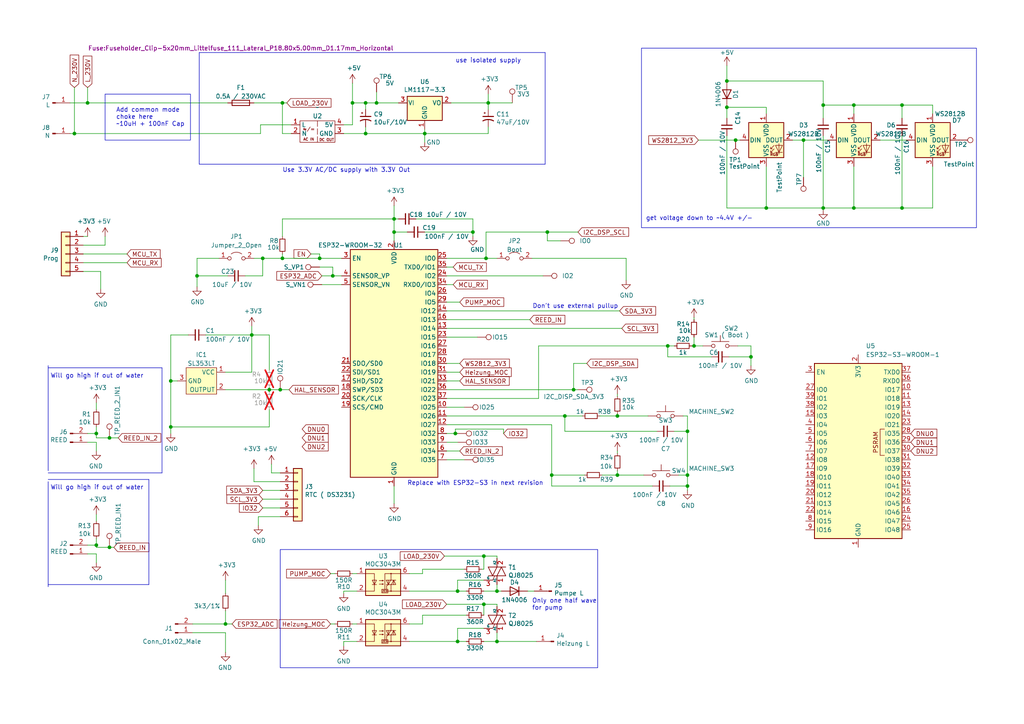
<source format=kicad_sch>
(kicad_sch (version 20231120) (generator "eeschema") (generator_version "8.0")
  (paper "A4")
  (junction (at 201.295 100.33))
  (junction (at 21.59 38.735))
  (junction (at 144.145 186.055))
  (junction (at 179.07 137.795))
  (junction (at 31.75 158.75))
  (junction (at 73.025 97.155))
  (junction (at 141.605 29.845))
  (junction (at 247.65 60.325))
  (junction (at 247.65 30.48))
  (junction (at 193.675 100.33))
  (junction (at 160.02 137.795))
  (junction (at 222.25 60.325))
  (junction (at 140.335 175.26))
  (junction (at 210.82 31.115))
  (junction (at 261.62 30.48))
  (junction (at 27.94 125.73))
  (junction (at 199.39 137.795))
  (junction (at 31.75 127))
  (junction (at 109.22 29.845))
  (junction (at 132.08 125.73))
  (junction (at 163.83 120.65))
  (junction (at 76.2 74.93))
  (junction (at 106.045 38.735))
  (junction (at 49.53 123.825))
  (junction (at 102.235 29.845))
  (junction (at 27.94 158.115))
  (junction (at 140.335 161.29))
  (junction (at 81.28 113.03))
  (junction (at 92.71 74.93))
  (junction (at 49.53 110.49))
  (junction (at 96.52 80.01))
  (junction (at 199.39 140.97))
  (junction (at 217.805 103.505))
  (junction (at 123.19 38.735))
  (junction (at 144.145 171.45))
  (junction (at 210.82 23.495))
  (junction (at 233.045 40.64))
  (junction (at 261.62 60.325))
  (junction (at 137.16 67.31))
  (junction (at 25.4 29.845))
  (junction (at 65.405 180.975))
  (junction (at 213.36 40.64))
  (junction (at 140.97 74.93))
  (junction (at 81.915 74.93))
  (junction (at 199.39 125.095))
  (junction (at 158.75 67.31))
  (junction (at 238.76 30.48))
  (junction (at 179.07 120.65))
  (junction (at 57.15 80.01))
  (junction (at 106.045 29.845))
  (junction (at 114.3 63.5))
  (junction (at 166.37 113.03))
  (junction (at 81.915 29.845))
  (junction (at 78.105 113.03))
  (junction (at 132.715 171.45))
  (junction (at 132.715 186.055))
  (junction (at 238.76 60.325))
  (junction (at 114.3 67.31))
  (wire (pts (xy 210.82 19.05) (xy 210.82 23.495)))
  (wire (pts (xy 96.52 80.01) (xy 99.06 80.01)))
  (wire (pts (xy 137.16 67.31) (xy 137.16 68.58)))
  (wire (pts (xy 76.2 147.32) (xy 81.28 147.32)))
  (wire (pts (xy 129.54 130.81) (xy 133.35 130.81)))
  (wire (pts (xy 201.295 100.33) (xy 203.835 100.33)))
  (wire (pts (xy 102.235 180.975) (xy 103.505 180.975)))
  (wire (pts (xy 199.39 125.095) (xy 199.39 137.795)))
  (wire (pts (xy 81.28 139.7) (xy 73.66 139.7)))
  (wire (pts (xy 74.93 149.86) (xy 74.93 152.4)))
  (wire (pts (xy 78.105 112.395) (xy 78.105 113.03)))
  (wire (pts (xy 233.045 40.64) (xy 233.045 51.435)))
  (wire (pts (xy 93.345 80.01) (xy 96.52 80.01)))
  (wire (pts (xy 27.94 160.655) (xy 25.4 160.655)))
  (wire (pts (xy 27.94 163.195) (xy 27.94 160.655)))
  (wire (pts (xy 81.28 149.86) (xy 74.93 149.86)))
  (wire (pts (xy 99.695 172.085) (xy 99.695 171.45)))
  (wire (pts (xy 73.025 94.615) (xy 73.025 97.155)))
  (wire (pts (xy 179.07 137.795) (xy 186.69 137.795)))
  (polyline (pts (xy 43.18 169.545) (xy 13.97 169.545)))
  (wire (pts (xy 92.71 73.66) (xy 92.71 74.93)))
  (wire (pts (xy 144.145 183.515) (xy 144.145 186.055)))
  (wire (pts (xy 129.54 125.73) (xy 132.08 125.73)))
  (wire (pts (xy 129.54 133.35) (xy 134.62 133.35)))
  (polyline (pts (xy 13.97 139.065) (xy 43.18 139.065)))
  (wire (pts (xy 129.54 87.63) (xy 133.35 87.63)))
  (wire (pts (xy 181.61 74.93) (xy 181.61 81.28)))
  (wire (pts (xy 140.335 161.29) (xy 140.335 165.1)))
  (wire (pts (xy 238.76 60.96) (xy 238.76 60.325)))
  (wire (pts (xy 140.335 186.055) (xy 144.145 186.055)))
  (wire (pts (xy 201.295 97.79) (xy 201.295 100.33)))
  (wire (pts (xy 109.22 29.845) (xy 106.045 29.845)))
  (wire (pts (xy 153.035 171.45) (xy 154.94 171.45)))
  (wire (pts (xy 29.21 78.74) (xy 29.21 83.82)))
  (wire (pts (xy 73.66 29.845) (xy 81.915 29.845)))
  (wire (pts (xy 118.745 186.055) (xy 132.715 186.055)))
  (wire (pts (xy 65.405 183.515) (xy 65.405 189.23)))
  (wire (pts (xy 84.455 36.195) (xy 75.565 36.195)))
  (wire (pts (xy 141.605 31.75) (xy 141.605 29.845)))
  (wire (pts (xy 174.625 137.795) (xy 179.07 137.795)))
  (wire (pts (xy 65.405 180.975) (xy 65.405 177.165)))
  (wire (pts (xy 129.54 105.41) (xy 133.35 105.41)))
  (wire (pts (xy 129.54 175.26) (xy 140.335 175.26)))
  (wire (pts (xy 36.83 76.2) (xy 24.13 76.2)))
  (wire (pts (xy 78.105 118.745) (xy 78.105 123.825)))
  (wire (pts (xy 81.915 38.735) (xy 84.455 38.735)))
  (polyline (pts (xy 13.97 106.68) (xy 46.99 106.68)))
  (wire (pts (xy 132.715 186.055) (xy 135.255 186.055)))
  (wire (pts (xy 166.37 113.03) (xy 167.64 113.03)))
  (wire (pts (xy 129.54 77.47) (xy 131.445 77.47)))
  (wire (pts (xy 144.145 171.45) (xy 145.415 171.45)))
  (wire (pts (xy 81.915 73.66) (xy 81.915 74.93)))
  (wire (pts (xy 102.235 24.13) (xy 102.235 29.845)))
  (wire (pts (xy 128.905 161.29) (xy 140.335 161.29)))
  (wire (pts (xy 27.94 116.84) (xy 27.94 118.745)))
  (wire (pts (xy 211.455 103.505) (xy 217.805 103.505)))
  (wire (pts (xy 73.66 74.93) (xy 76.2 74.93)))
  (wire (pts (xy 114.3 63.5) (xy 114.3 59.69)))
  (wire (pts (xy 179.07 120.65) (xy 187.96 120.65)))
  (wire (pts (xy 27.94 158.75) (xy 27.94 158.115)))
  (wire (pts (xy 90.17 73.66) (xy 92.71 73.66)))
  (wire (pts (xy 55.88 183.515) (xy 65.405 183.515)))
  (wire (pts (xy 222.25 60.325) (xy 238.76 60.325)))
  (wire (pts (xy 20.32 29.845) (xy 25.4 29.845)))
  (wire (pts (xy 106.045 38.735) (xy 106.045 36.83)))
  (wire (pts (xy 163.83 125.095) (xy 190.5 125.095)))
  (wire (pts (xy 270.51 30.48) (xy 270.51 33.02)))
  (wire (pts (xy 141.605 29.845) (xy 141.605 27.305)))
  (polyline (pts (xy 13.97 139.7) (xy 13.97 170.18)))
  (wire (pts (xy 31.75 127) (xy 27.94 127)))
  (wire (pts (xy 179.07 136.525) (xy 179.07 137.795)))
  (wire (pts (xy 238.76 30.48) (xy 247.65 30.48)))
  (wire (pts (xy 196.85 137.795) (xy 199.39 137.795)))
  (wire (pts (xy 27.94 156.21) (xy 27.94 158.115)))
  (wire (pts (xy 199.39 140.97) (xy 199.39 142.24)))
  (wire (pts (xy 210.82 31.115) (xy 222.25 31.115)))
  (wire (pts (xy 103.505 186.055) (xy 99.695 186.055)))
  (wire (pts (xy 144.145 175.26) (xy 140.335 175.26)))
  (wire (pts (xy 144.145 169.545) (xy 144.145 171.45)))
  (polyline (pts (xy 57.785 15.24) (xy 158.115 15.24)))
  (wire (pts (xy 173.99 120.65) (xy 179.07 120.65)))
  (wire (pts (xy 76.2 80.01) (xy 76.2 74.93)))
  (wire (pts (xy 81.28 113.03) (xy 83.82 113.03)))
  (wire (pts (xy 21.59 38.735) (xy 75.565 38.735)))
  (wire (pts (xy 135.255 178.435) (xy 122.555 178.435)))
  (wire (pts (xy 123.19 38.735) (xy 123.19 37.465)))
  (wire (pts (xy 55.88 180.975) (xy 65.405 180.975)))
  (wire (pts (xy 118.745 171.45) (xy 132.715 171.45)))
  (wire (pts (xy 261.62 30.48) (xy 261.62 34.29)))
  (wire (pts (xy 78.105 113.03) (xy 78.105 113.665)))
  (wire (pts (xy 81.915 29.845) (xy 81.915 38.735)))
  (wire (pts (xy 202.565 40.64) (xy 213.36 40.64)))
  (wire (pts (xy 27.94 127) (xy 27.94 125.73)))
  (wire (pts (xy 199.39 140.97) (xy 199.39 137.795)))
  (wire (pts (xy 160.02 123.19) (xy 160.02 137.795)))
  (wire (pts (xy 200.66 100.33) (xy 201.295 100.33)))
  (wire (pts (xy 129.54 74.93) (xy 140.97 74.93)))
  (wire (pts (xy 217.805 103.505) (xy 217.805 106.045)))
  (wire (pts (xy 193.675 100.33) (xy 195.58 100.33)))
  (wire (pts (xy 210.82 31.115) (xy 210.82 34.29)))
  (wire (pts (xy 140.97 74.93) (xy 144.145 74.93)))
  (wire (pts (xy 33.02 158.75) (xy 31.75 158.75)))
  (wire (pts (xy 21.59 25.4) (xy 21.59 38.735)))
  (wire (pts (xy 158.75 69.85) (xy 158.75 67.31)))
  (wire (pts (xy 57.15 80.01) (xy 57.15 83.185)))
  (wire (pts (xy 78.105 113.03) (xy 81.28 113.03)))
  (wire (pts (xy 210.82 60.325) (xy 222.25 60.325)))
  (wire (pts (xy 71.12 80.01) (xy 76.2 80.01)))
  (wire (pts (xy 92.71 77.47) (xy 96.52 77.47)))
  (wire (pts (xy 81.915 74.93) (xy 92.71 74.93)))
  (wire (pts (xy 27.94 130.81) (xy 27.94 128.27)))
  (wire (pts (xy 20.32 38.735) (xy 21.59 38.735)))
  (wire (pts (xy 195.58 125.095) (xy 199.39 125.095)))
  (wire (pts (xy 115.57 63.5) (xy 114.3 63.5)))
  (wire (pts (xy 129.54 90.17) (xy 179.705 90.17)))
  (wire (pts (xy 213.36 40.64) (xy 214.63 40.64)))
  (wire (pts (xy 141.605 38.735) (xy 123.19 38.735)))
  (wire (pts (xy 123.19 41.275) (xy 123.19 38.735)))
  (wire (pts (xy 102.235 166.37) (xy 103.505 166.37)))
  (wire (pts (xy 65.405 107.95) (xy 73.025 107.95)))
  (wire (pts (xy 34.29 127) (xy 31.75 127)))
  (wire (pts (xy 109.22 26.67) (xy 109.22 29.845)))
  (wire (pts (xy 27.94 125.73) (xy 25.4 125.73)))
  (wire (pts (xy 76.2 144.78) (xy 81.28 144.78)))
  (wire (pts (xy 30.48 71.12) (xy 30.48 68.58)))
  (wire (pts (xy 201.295 92.075) (xy 201.295 92.71)))
  (wire (pts (xy 217.805 103.505) (xy 217.805 100.33)))
  (wire (pts (xy 247.65 48.26) (xy 247.65 60.325)))
  (wire (pts (xy 156.21 100.33) (xy 193.675 100.33)))
  (wire (pts (xy 96.52 77.47) (xy 96.52 80.01)))
  (wire (pts (xy 132.08 125.73) (xy 132.715 125.73)))
  (wire (pts (xy 193.675 100.33) (xy 193.675 103.505)))
  (wire (pts (xy 139.7 165.1) (xy 140.335 165.1)))
  (wire (pts (xy 25.4 68.58) (xy 24.13 68.58)))
  (wire (pts (xy 137.16 67.31) (xy 137.16 63.5)))
  (polyline (pts (xy 43.18 139.065) (xy 43.18 169.545)))
  (wire (pts (xy 213.995 100.33) (xy 217.805 100.33)))
  (wire (pts (xy 141.605 29.845) (xy 148.59 29.845)))
  (wire (pts (xy 59.69 97.155) (xy 73.025 97.155)))
  (wire (pts (xy 233.045 40.64) (xy 240.03 40.64)))
  (wire (pts (xy 81.915 63.5) (xy 81.915 68.58)))
  (wire (pts (xy 92.71 74.93) (xy 99.06 74.93)))
  (wire (pts (xy 156.21 115.57) (xy 129.54 115.57)))
  (wire (pts (xy 106.045 38.735) (xy 99.695 38.735)))
  (wire (pts (xy 78.105 97.155) (xy 73.025 97.155)))
  (wire (pts (xy 114.3 146.05) (xy 114.3 140.97)))
  (wire (pts (xy 163.83 125.095) (xy 163.83 120.65)))
  (wire (pts (xy 132.715 186.055) (xy 132.715 182.245)))
  (wire (pts (xy 210.82 23.495) (xy 238.76 23.495)))
  (wire (pts (xy 63.5 74.93) (xy 57.15 74.93)))
  (wire (pts (xy 76.2 142.24) (xy 81.28 142.24)))
  (wire (pts (xy 99.695 187.325) (xy 99.695 186.055)))
  (wire (pts (xy 129.54 82.55) (xy 131.445 82.55)))
  (wire (pts (xy 210.82 39.37) (xy 210.82 60.325)))
  (wire (pts (xy 160.02 140.97) (xy 160.02 137.795)))
  (wire (pts (xy 163.83 120.65) (xy 168.91 120.65)))
  (wire (pts (xy 99.695 36.195) (xy 102.235 36.195)))
  (wire (pts (xy 261.62 30.48) (xy 270.51 30.48)))
  (wire (pts (xy 140.335 175.26) (xy 140.335 178.435)))
  (wire (pts (xy 166.37 105.41) (xy 166.37 113.03)))
  (wire (pts (xy 247.65 60.325) (xy 261.62 60.325)))
  (wire (pts (xy 76.2 74.93) (xy 81.915 74.93)))
  (wire (pts (xy 140.335 171.45) (xy 144.145 171.45)))
  (wire (pts (xy 95.885 166.37) (xy 97.155 166.37)))
  (wire (pts (xy 129.54 128.27) (xy 132.715 128.27)))
  (wire (pts (xy 118.745 166.37) (xy 122.555 166.37)))
  (polyline (pts (xy 158.115 47.625) (xy 57.785 47.625)))
  (wire (pts (xy 129.54 80.01) (xy 157.48 80.01)))
  (wire (pts (xy 132.08 125.73) (xy 132.08 124.46)))
  (wire (pts (xy 129.54 95.25) (xy 180.34 95.25)))
  (wire (pts (xy 57.15 74.93) (xy 57.15 80.01)))
  (wire (pts (xy 238.76 30.48) (xy 238.76 34.29)))
  (wire (pts (xy 247.65 30.48) (xy 261.62 30.48)))
  (wire (pts (xy 238.76 23.495) (xy 238.76 30.48)))
  (wire (pts (xy 179.07 130.81) (xy 179.07 131.445)))
  (wire (pts (xy 118.11 67.31) (xy 114.3 67.31)))
  (wire (pts (xy 160.02 140.97) (xy 189.23 140.97)))
  (wire (pts (xy 129.54 92.71) (xy 153.67 92.71)))
  (wire (pts (xy 57.15 80.01) (xy 66.04 80.01)))
  (wire (pts (xy 129.54 118.11) (xy 134.62 118.11)))
  (wire (pts (xy 141.605 36.83) (xy 141.605 38.735)))
  (wire (pts (xy 129.54 113.03) (xy 166.37 113.03)))
  (wire (pts (xy 27.94 128.27) (xy 25.4 128.27)))
  (wire (pts (xy 54.61 97.155) (xy 49.53 97.155)))
  (wire (pts (xy 179.07 114.3) (xy 179.07 114.935)))
  (wire (pts (xy 114.3 67.31) (xy 114.3 69.85)))
  (wire (pts (xy 95.885 180.975) (xy 97.155 180.975)))
  (wire (pts (xy 222.25 31.115) (xy 222.25 33.02)))
  (wire (pts (xy 132.715 182.245) (xy 140.335 182.245)))
  (wire (pts (xy 81.28 137.16) (xy 78.74 137.16)))
  (wire (pts (xy 129.54 97.79) (xy 138.43 97.79)))
  (wire (pts (xy 261.62 39.37) (xy 261.62 60.325)))
  (wire (pts (xy 247.65 30.48) (xy 247.65 33.02)))
  (wire (pts (xy 123.19 67.31) (xy 137.16 67.31)))
  (wire (pts (xy 93.345 82.55) (xy 99.06 82.55)))
  (wire (pts (xy 81.915 29.845) (xy 83.185 29.845)))
  (wire (pts (xy 49.53 110.49) (xy 51.435 110.49)))
  (wire (pts (xy 158.75 67.31) (xy 167.64 67.31)))
  (wire (pts (xy 140.97 67.31) (xy 140.97 74.93)))
  (polyline (pts (xy 57.785 15.24) (xy 57.785 47.625)))
  (wire (pts (xy 118.745 180.975) (xy 122.555 180.975)))
  (wire (pts (xy 156.21 100.33) (xy 156.21 115.57)))
  (wire (pts (xy 102.235 29.845) (xy 102.235 36.195)))
  (wire (pts (xy 27.94 123.825) (xy 27.94 125.73)))
  (wire (pts (xy 36.83 73.66) (xy 24.13 73.66)))
  (wire (pts (xy 27.94 158.115) (xy 25.4 158.115)))
  (wire (pts (xy 144.145 175.895) (xy 144.145 175.26)))
  (wire (pts (xy 129.54 123.19) (xy 160.02 123.19)))
  (wire (pts (xy 160.02 137.795) (xy 169.545 137.795)))
  (wire (pts (xy 114.3 63.5) (xy 114.3 67.31)))
  (polyline (pts (xy 13.97 106.045) (xy 13.97 136.525)))
  (wire (pts (xy 270.51 60.325) (xy 270.51 48.26)))
  (wire (pts (xy 25.4 25.4) (xy 25.4 29.845)))
  (wire (pts (xy 170.18 105.41) (xy 166.37 105.41)))
  (wire (pts (xy 179.07 120.015) (xy 179.07 120.65)))
  (wire (pts (xy 31.75 158.75) (xy 27.94 158.75)))
  (wire (pts (xy 238.76 39.37) (xy 238.76 60.325)))
  (polyline (pts (xy 46.99 137.16) (xy 13.97 137.16)))
  (wire (pts (xy 132.08 124.46) (xy 146.05 124.46)))
  (wire (pts (xy 106.045 29.845) (xy 102.235 29.845)))
  (wire (pts (xy 130.81 29.845) (xy 141.605 29.845)))
  (wire (pts (xy 25.4 29.845) (xy 66.04 29.845)))
  (wire (pts (xy 132.715 171.45) (xy 132.715 168.275)))
  (wire (pts (xy 222.25 48.26) (xy 222.25 60.325)))
  (wire (pts (xy 261.62 60.325) (xy 270.51 60.325)))
  (wire (pts (xy 78.105 123.825) (xy 49.53 123.825)))
  (wire (pts (xy 106.045 31.75) (xy 106.045 29.845)))
  (wire (pts (xy 99.695 171.45) (xy 103.505 171.45)))
  (wire (pts (xy 129.54 110.49) (xy 133.35 110.49)))
  (wire (pts (xy 78.105 107.315) (xy 78.105 97.155)))
  (wire (pts (xy 123.19 38.735) (xy 106.045 38.735)))
  (wire (pts (xy 144.145 161.925) (xy 144.145 161.29)))
  (wire (pts (xy 73.025 97.155) (xy 73.025 107.95)))
  (wire (pts (xy 49.53 110.49) (xy 49.53 123.825)))
  (polyline (pts (xy 158.115 15.24) (xy 158.115 47.625)))
  (wire (pts (xy 81.915 63.5) (xy 114.3 63.5)))
  (wire (pts (xy 65.405 180.975) (xy 67.31 180.975)))
  (wire (pts (xy 229.87 40.64) (xy 233.045 40.64)))
  (wire (pts (xy 24.13 71.12) (xy 30.48 71.12)))
  (wire (pts (xy 49.53 123.825) (xy 49.53 125.73)))
  (polyline (pts (xy 46.99 106.68) (xy 46.99 137.16)))
  (wire (pts (xy 140.97 67.31) (xy 158.75 67.31)))
  (wire (pts (xy 115.57 29.845) (xy 109.22 29.845)))
  (wire (pts (xy 129.54 120.65) (xy 163.83 120.65)))
  (wire (pts (xy 193.675 103.505) (xy 206.375 103.505)))
  (wire (pts (xy 194.31 140.97) (xy 199.39 140.97)))
  (wire (pts (xy 134.62 165.1) (xy 122.555 165.1)))
  (wire (pts (xy 65.405 172.085) (xy 65.405 168.275)))
  (wire (pts (xy 129.54 107.95) (xy 133.35 107.95)))
  (wire (pts (xy 65.405 113.03) (xy 78.105 113.03)))
  (wire (pts (xy 122.555 165.1) (xy 122.555 166.37)))
  (wire (pts (xy 255.27 40.64) (xy 262.89 40.64)))
  (wire (pts (xy 75.565 36.195) (xy 75.565 38.735)))
  (wire (pts (xy 238.76 60.325) (xy 247.65 60.325)))
  (wire (pts (xy 120.65 63.5) (xy 137.16 63.5)))
  (wire (pts (xy 144.145 186.055) (xy 155.575 186.055)))
  (wire (pts (xy 24.13 78.74) (xy 29.21 78.74)))
  (wire (pts (xy 27.94 149.225) (xy 27.94 151.13)))
  (wire (pts (xy 49.53 97.155) (xy 49.53 110.49)))
  (wire (pts (xy 162.56 69.85) (xy 158.75 69.85)))
  (wire (pts (xy 78.74 137.16) (xy 78.74 134.62)))
  (wire (pts (xy 132.715 171.45) (xy 135.255 171.45)))
  (wire (pts (xy 144.145 161.29) (xy 140.335 161.29)))
  (wire (pts (xy 132.715 168.275) (xy 140.335 168.275)))
  (wire (pts (xy 198.12 120.65) (xy 199.39 120.65)))
  (wire (pts (xy 199.39 120.65) (xy 199.39 125.095)))
  (wire (pts (xy 122.555 178.435) (xy 122.555 180.975)))
  (wire (pts (xy 146.05 124.46) (xy 146.05 125.73)))
  (wire (pts (xy 73.66 135.89) (xy 73.66 139.7)))
  (wire (pts (xy 154.305 74.93) (xy 181.61 74.93)))
  (rectangle (start 30.48 27.305) (end 55.245 40.64))
  (rectangle (start 186.055 13.97) (end 283.21 66.04))
  (rectangle (start 81.28 159.385) (end 173.355 193.675))
  (text "Use 3.3V AC/DC supply with 3.3V Out" (at 81.915 50.165 0) (effects (font (size 1.27 1.27)) (justify left bottom)))
  (text "Add common mode\nchoke here\n~10uH + 100nF Cap" (at 33.655 36.83 0) (effects (font (size 1.27 1.27)) (justify left bottom)))
  (text "Only one half wave\nfor pump" (at 154.305 177.165 0) (effects (font (size 1.27 1.27)) (justify left bottom)))
  (text "get voltage down to ~4.4V +/-" (at 187.325 64.135 0) (effects (font (size 1.27 1.27)) (justify left bottom)))
  (text "Don't use external pullup" (at 166.878 88.9 0) (effects (font (size 1.27 1.27))))
  (text "Will go high if out of water\n" (at 14.605 109.855 0) (effects (font (size 1.27 1.27)) (justify left bottom)))
  (text "Replace with ESP32-S3 in next revision" (at 118.11 140.97 0) (effects (font (size 1.27 1.27)) (justify left bottom)))
  (text "Will go high if out of water\n" (at 14.605 142.24 0) (effects (font (size 1.27 1.27)) (justify left bottom)))
  (text "\nuse isolated supply" (at 132.08 18.415 0) (effects (font (size 1.27 1.27)) (justify left bottom)))
  (global_label "SDA_3V3" (shape input) (at 179.705 90.17 0) (property "Intersheetrefs" "${INTERSHEET_REFS}" (effects (hide yes))))
  (global_label "ESP32_ADC" (shape input) (at 93.345 80.01 180) (property "Intersheetrefs" "${INTERSHEET_REFS}" (effects (hide yes))))
  (global_label "WS2812_3V3" (shape input) (at 133.35 105.41 0) (property "Intersheetrefs" "${INTERSHEET_REFS}" (effects (hide yes))))
  (global_label "DNU1" (shape input) (at 87.63 127 0) (property "Intersheetrefs" "${INTERSHEET_REFS}" (effects (hide yes))))
  (global_label "HAL_SENSOR" (shape input) (at 133.35 110.49 0) (property "Intersheetrefs" "${INTERSHEET_REFS}" (effects (hide yes))))
  (global_label "EN" (shape input) (at 90.17 73.66 180) (property "Intersheetrefs" "${INTERSHEET_REFS}" (effects (hide yes))))
  (global_label "MCU_RX" (shape input) (at 36.83 76.2 0) (property "Intersheetrefs" "${INTERSHEET_REFS}" (effects (hide yes))))
  (global_label "MCU_TX" (shape input) (at 131.445 77.47 0) (property "Intersheetrefs" "${INTERSHEET_REFS}" (effects (hide yes))))
  (global_label "WS2812_3V3" (shape input) (at 202.565 40.64 180) (property "Intersheetrefs" "${INTERSHEET_REFS}" (effects (hide yes))))
  (global_label "I2C_DSP_SDA" (shape input) (at 170.18 105.41 0) (property "Intersheetrefs" "${INTERSHEET_REFS}" (effects (hide yes))))
  (global_label "HAL_SENSOR" (shape input) (at 83.82 113.03 0) (property "Intersheetrefs" "${INTERSHEET_REFS}" (effects (hide yes))))
  (global_label "L_230V" (shape input) (at 25.4 25.4 90) (property "Intersheetrefs" "${INTERSHEET_REFS}" (effects (hide yes))))
  (global_label "SDA_3V3" (shape input) (at 76.2 142.24 180) (property "Intersheetrefs" "${INTERSHEET_REFS}" (effects (hide yes))))
  (global_label "I2C_DSP_SCL" (shape input) (at 167.64 67.31 0) (property "Intersheetrefs" "${INTERSHEET_REFS}" (effects (hide yes))))
  (global_label "DNU0" (shape input) (at 87.63 124.46 0) (property "Intersheetrefs" "${INTERSHEET_REFS}" (effects (hide yes))))
  (global_label "MCU_RX" (shape input) (at 131.445 82.55 0) (property "Intersheetrefs" "${INTERSHEET_REFS}" (effects (hide yes))))
  (global_label "DNU1" (shape input) (at 264.16 128.27 0) (property "Intersheetrefs" "${INTERSHEET_REFS}" (effects (hide yes))))
  (global_label "Heizung_MOC" (shape input) (at 133.35 107.95 0) (property "Intersheetrefs" "${INTERSHEET_REFS}" (effects (hide yes))))
  (global_label "LOAD_230V" (shape input) (at 129.54 175.26 180) (property "Intersheetrefs" "${INTERSHEET_REFS}" (effects (hide yes))))
  (global_label "LOAD_230V" (shape input) (at 83.185 29.845 0) (property "Intersheetrefs" "${INTERSHEET_REFS}" (effects (hide yes))))
  (global_label "DNU0" (shape input) (at 264.16 125.73 0) (property "Intersheetrefs" "${INTERSHEET_REFS}" (effects (hide yes))))
  (global_label "PUMP_MOC" (shape input) (at 95.885 166.37 180) (property "Intersheetrefs" "${INTERSHEET_REFS}" (effects (hide yes))))
  (global_label "ESP32_ADC" (shape input) (at 67.31 180.975 0) (property "Intersheetrefs" "${INTERSHEET_REFS}" (effects (hide yes))))
  (global_label "Heizung_MOC" (shape input) (at 95.885 180.975 180) (property "Intersheetrefs" "${INTERSHEET_REFS}" (effects (hide yes))))
  (global_label "N_230V" (shape input) (at 21.59 25.4 90) (property "Intersheetrefs" "${INTERSHEET_REFS}" (effects (hide yes))))
  (global_label "REED_IN_2" (shape input) (at 34.29 127 0) (property "Intersheetrefs" "${INTERSHEET_REFS}" (effects (hide yes))))
  (global_label "DNU2" (shape input) (at 87.63 129.54 0) (property "Intersheetrefs" "${INTERSHEET_REFS}" (effects (hide yes))))
  (global_label "LOAD_230V" (shape input) (at 128.905 161.29 180) (property "Intersheetrefs" "${INTERSHEET_REFS}" (effects (hide yes))))
  (global_label "REED_IN_2" (shape input) (at 133.35 130.81 0) (property "Intersheetrefs" "${INTERSHEET_REFS}" (effects (hide yes))))
  (global_label "REED_IN" (shape input) (at 153.67 92.71 0) (property "Intersheetrefs" "${INTERSHEET_REFS}" (effects (hide yes))))
  (global_label "PUMP_MOC" (shape input) (at 133.35 87.63 0) (property "Intersheetrefs" "${INTERSHEET_REFS}" (effects (hide yes))))
  (global_label "REED_IN" (shape input) (at 33.02 158.75 0) (property "Intersheetrefs" "${INTERSHEET_REFS}" (effects (hide yes))))
  (global_label "SCL_3V3" (shape input) (at 180.34 95.25 0) (property "Intersheetrefs" "${INTERSHEET_REFS}" (effects (hide yes))))
  (global_label "IO32" (shape input) (at 76.2 147.32 180) (property "Intersheetrefs" "${INTERSHEET_REFS}" (effects (hide yes))))
  (global_label "MCU_TX" (shape input) (at 36.83 73.66 0) (property "Intersheetrefs" "${INTERSHEET_REFS}" (effects (hide yes))))
  (global_label "IO32" (shape input) (at 146.05 125.73 0) (property "Intersheetrefs" "${INTERSHEET_REFS}" (effects (hide yes))))
  (global_label "DNU2" (shape input) (at 264.16 130.81 0) (property "Intersheetrefs" "${INTERSHEET_REFS}" (effects (hide yes))))
  (global_label "SCL_3V3" (shape input) (at 76.2 144.78 180) (property "Intersheetrefs" "${INTERSHEET_REFS}" (effects (hide yes))))
  (symbol (lib_id "RF_Module:ESP32-WROOM-32") (at 114.3 105.41 0) (unit 1)
    (property "Reference" "U1" (at 115.57 71.12 0))
    (property "Value" "ESP32-WROOM-32" (at 101.6 71.12 0))
    (property "Footprint" "ESP32_Handsolder:ESP32-WROOM-32_HandSolder" (effects (hide yes)))
    (property "Datasheet" "https://www.espressif.com/sites/default/files/documentation/esp32-wroom-32_datasheet_en.pdf" (effects (hide yes)))
  )
  (symbol (lib_id "Switch:SW_Push") (at 208.915 100.33 0) (unit 1)
    (property "Reference" "SW2" (at 212.09 95.25 0))
    (property "Value" "SW1 ( Boot )" (at 210.82 97.155 0))
    (property "Footprint" "Button_Switch_THT:SW_PUSH_6mm" (effects (hide yes)))
  )
  (symbol (lib_id "Switch:SW_Push") (at 191.77 137.795 0) (unit 1)
    (property "Reference" "SW4" (at 196.85 136.525 0))
    (property "Value" "MACHINE_SW3" (at 206.375 135.89 0))
    (property "Footprint" "Button_Switch_THT:SW_PUSH_6mm" (effects (hide yes)))
  )
  (symbol (lib_id "Switch:SW_Push") (at 193.04 120.65 0) (unit 1)
    (property "Reference" "SW3" (at 193.04 121.92 0))
    (property "Value" "MACHINE_SW2" (at 206.375 119.38 0))
    (property "Footprint" "Button_Switch_THT:SW_PUSH_6mm" (effects (hide yes)))
  )
  (symbol (lib_id "Device:C_Small") (at 208.915 103.505 270) (unit 1)
    (property "Reference" "C6" (at 207.01 102.235 90))
    (property "Value" "100nF / 10V" (at 208.915 106.045 90))
    (property "Footprint" "Capacitor_SMD:C_0805_2012Metric_Pad1.18x1.45mm_HandSolder" (effects (hide yes)))
    (property "Order No. Mouser" "710-885012207098" (effects (hide yes)))
  )
  (symbol (lib_id "power:GND") (at 57.15 83.185 0) (unit 1)
    (property "Reference" "#PWR01" (effects (hide yes)))
    (property "Value" "GND" (at 57.277 87.5792 0))
  )
  (symbol (lib_id "Device:C_Small") (at 193.04 125.095 270) (unit 1)
    (property "Reference" "C7" (at 193.04 130.175 90))
    (property "Value" "100nF / 10V" (at 191.77 127.635 90))
    (property "Footprint" "Capacitor_SMD:C_0805_2012Metric_Pad1.18x1.45mm_HandSolder" (effects (hide yes)))
    (property "Order No. Mouser" "710-885012207098" (effects (hide yes)))
  )
  (symbol (lib_id "Device:C_Small") (at 191.77 140.97 270) (unit 1)
    (property "Reference" "C8" (at 191.77 146.05 90))
    (property "Value" "100nF / 10V" (at 189.865 143.51 90))
    (property "Footprint" "Capacitor_SMD:C_0805_2012Metric_Pad1.18x1.45mm_HandSolder" (effects (hide yes)))
    (property "Order No. Mouser" "710-885012207098" (effects (hide yes)))
  )
  (symbol (lib_id "power:GND") (at 199.39 142.24 0) (unit 1)
    (property "Reference" "#PWR012" (effects (hide yes)))
    (property "Value" "GND" (at 199.517 146.6342 0))
  )
  (symbol (lib_id "Device:C_Small") (at 118.11 63.5 270) (unit 1)
    (property "Reference" "C18" (at 120.65 62.23 90))
    (property "Value" "10uF / 10V" (at 129.54 62.23 90))
    (property "Footprint" "Capacitor_SMD:C_0805_2012Metric_Pad1.18x1.45mm_HandSolder" (effects (hide yes)))
    (property "Order No. Mouser" "0805X106K250CT" (effects (hide yes)))
  )
  (symbol (lib_id "Device:C_Small") (at 120.65 67.31 270) (unit 1)
    (property "Reference" "C19" (at 124.46 66.04 90))
    (property "Value" "100nF / 10V" (at 129.54 68.58 90))
    (property "Footprint" "Capacitor_SMD:C_0805_2012Metric_Pad1.18x1.45mm_HandSolder" (effects (hide yes)))
    (property "Order No. Mouser" "710-885012207098" (effects (hide yes)))
  )
  (symbol (lib_id "Relay_SolidState:MOC3043M") (at 111.125 168.91 0) (unit 1)
    (property "Reference" "U3" (at 111.125 161.29 0))
    (property "Value" "MOC3043M" (at 111.125 163.6014 0))
    (property "Footprint" "Package_DIP:DIP-6_W7.62mm" (effects (hide yes)))
    (property "Datasheet" "http://www.fairchildsemi.com/ds/MO/MOC3031M.pdf" (effects (hide yes)))
    (property "Order No. Mouser" "512-MOC3043M" (effects (hide yes)))
  )
  (symbol (lib_id "Relay_SolidState:MOC3043M") (at 111.125 183.515 0) (unit 1)
    (property "Reference" "U4" (at 111.125 175.26 0))
    (property "Value" "MOC3043M" (at 111.125 177.5714 0))
    (property "Footprint" "Package_DIP:DIP-6_W7.62mm" (effects (hide yes)))
    (property "Datasheet" "http://www.fairchildsemi.com/ds/MO/MOC3031M.pdf" (effects (hide yes)))
    (property "Order No. Mouser" "512-MOC3043M" (effects (hide yes)))
  )
  (symbol (lib_id "power:GND") (at 99.695 187.325 0) (unit 1)
    (property "Reference" "#PWR013" (effects (hide yes)))
    (property "Value" "GND" (at 99.695 191.77 0))
  )
  (symbol (lib_id "Device:R_Small") (at 99.695 166.37 270) (unit 1)
    (property "Reference" "R10" (at 99.695 170.18 90))
    (property "Value" "150R" (at 99.695 168.275 90))
    (property "Footprint" "Resistor_SMD:R_0805_2012Metric_Pad1.20x1.40mm_HandSolder" (effects (hide yes)))
  )
  (symbol (lib_id "Device:R_Small") (at 99.695 180.975 270) (unit 1)
    (property "Reference" "R11" (at 99.695 184.785 90))
    (property "Value" "150R" (at 99.695 182.88 90))
    (property "Footprint" "Resistor_SMD:R_0805_2012Metric_Pad1.20x1.40mm_HandSolder" (effects (hide yes)))
    (property "Order No. Mouser" "CRCW0805150KFKEA" (effects (hide yes)))
  )
  (symbol (lib_id "Connector:Conn_01x01_Male") (at 160.02 171.45 180) (unit 1)
    (property "Reference" "J5" (at 160.7312 169.7228 0) (effects (justify right)))
    (property "Value" "Pumpe L" (at 160.7312 172.0342 0) (effects (justify right)))
    (property "Footprint" "MountingHole:MountingHole_2.7mm_M2.5_DIN965_Pad_TopBottom" (effects (hide yes)))
  )
  (symbol (lib_id "Device:R_Small") (at 137.795 171.45 90) (unit 1)
    (property "Reference" "R16" (at 139.7 169.545 90) (effects (justify left)))
    (property "Value" "330R" (at 140.335 173.355 90) (effects (justify left)))
    (property "Footprint" "Resistor_THT:R_Axial_DIN0207_L6.3mm_D2.5mm_P7.62mm_Horizontal" (effects (hide yes)))
    (property "Order No. Mouser" "CCF07330RJKE36" (effects (hide yes)))
  )
  (symbol (lib_id "Device:R_Small") (at 137.16 165.1 90) (unit 1)
    (property "Reference" "R15" (at 139.065 163.195 90) (effects (justify left)))
    (property "Value" "360R" (at 139.7 167.005 90) (effects (justify left)))
    (property "Footprint" "Resistor_THT:R_Axial_DIN0207_L6.3mm_D2.5mm_P7.62mm_Horizontal" (effects (hide yes)))
    (property "Order No. Mouser" "71-CCF07360KGKE36" (effects (hide yes)))
  )
  (symbol (lib_id "Connector:Conn_01x01_Male") (at 160.655 186.055 180) (unit 1)
    (property "Reference" "J4" (at 161.3662 184.3278 0) (effects (justify right)))
    (property "Value" "Heizung L" (at 161.3662 186.6392 0) (effects (justify right)))
    (property "Footprint" "MountingHole:MountingHole_2.7mm_M2.5_DIN965_Pad_TopBottom" (effects (hide yes)))
  )
  (symbol (lib_id "Device:R_Small") (at 137.795 186.055 90) (unit 1)
    (property "Reference" "R18" (at 139.7 184.15 90) (effects (justify left)))
    (property "Value" "330R" (at 140.335 187.96 90) (effects (justify left)))
    (property "Footprint" "Resistor_THT:R_Axial_DIN0207_L6.3mm_D2.5mm_P7.62mm_Horizontal" (effects (hide yes)))
    (property "Order No. Mouser" "71-CCF07330RJKE36" (effects (hide yes)))
  )
  (symbol (lib_id "Device:R_Small") (at 137.795 178.435 90) (unit 1)
    (property "Reference" "R17" (at 139.065 176.53 90) (effects (justify left)))
    (property "Value" "360R" (at 140.335 180.34 90) (effects (justify left)))
    (property "Footprint" "Resistor_THT:R_Axial_DIN0207_L6.3mm_D2.5mm_P7.62mm_Horizontal" (effects (hide yes)))
    (property "Order No. Mouser" "71-CCF07360KGKE36" (effects (hide yes)))
  )
  (symbol (lib_id "power:GND") (at 217.805 106.045 0) (unit 1)
    (property "Reference" "#PWR09" (effects (hide yes)))
    (property "Value" "GND" (at 217.932 110.4392 0))
  )
  (symbol (lib_id "power:GND") (at 137.16 68.58 0) (unit 1)
    (property "Reference" "#PWR05" (effects (hide yes)))
    (property "Value" "GND" (at 138.43 72.39 0))
  )
  (symbol (lib_id "Device:R_Small") (at 65.405 174.625 0) (mirror y) (unit 1)
    (property "Reference" "R3" (effects (hide yes)))
    (property "Value" "3k3/1%" (at 63.9064 175.768 0) (effects (justify left)))
    (property "Footprint" "Resistor_SMD:R_0805_2012Metric_Pad1.20x1.40mm_HandSolder" (effects (hide yes)))
    (property "Order No. Mouser" "71-CRCW0805-1.8K-E3" (effects (hide yes)))
  )
  (symbol (lib_id "Connector:Conn_01x02_Male") (at 50.8 183.515 0) (mirror x) (unit 1)
    (property "Reference" "J1" (at 50.165 182.245 0) (effects (justify right)))
    (property "Value" "Conn_01x02_Male" (at 58.42 186.055 0) (effects (justify right)))
    (property "Footprint" "Connector_PinHeader_2.54mm:PinHeader_1x02_P2.54mm_Vertical" (effects (hide yes)))
  )
  (symbol (lib_id "power:GND") (at 65.405 189.23 0) (mirror y) (unit 1)
    (property "Reference" "#PWR06" (effects (hide yes)))
    (property "Value" "GND" (at 65.278 193.6242 0))
  )
  (symbol (lib_id "Connector:Conn_01x02_Male") (at 20.32 160.655 0) (mirror x) (unit 1)
    (property "Reference" "J2" (at 19.6088 157.6578 0) (effects (justify right)))
    (property "Value" "REED" (at 19.6088 159.9692 0) (effects (justify right)))
    (property "Footprint" "Connector_PinHeader_2.54mm:PinHeader_1x02_P2.54mm_Vertical" (effects (hide yes)))
  )
  (symbol (lib_id "power:GND") (at 27.94 163.195 0) (mirror y) (unit 1)
    (property "Reference" "#PWR014" (effects (hide yes)))
    (property "Value" "GND" (at 27.813 167.5892 0))
  )
  (symbol (lib_id "power:GND") (at 74.93 152.4 0) (unit 1)
    (property "Reference" "#PWR016" (effects (hide yes)))
    (property "Value" "GND" (at 75.057 156.7942 0))
  )
  (symbol (lib_id "power:+3V3") (at 141.605 27.305 0) (unit 1)
    (property "Reference" "#PWR026" (effects (hide yes)))
    (property "Value" "+3V3" (at 141.986 22.9108 0))
  )
  (symbol (lib_id "power:GND") (at 123.19 41.275 0) (unit 1)
    (property "Reference" "#PWR025" (effects (hide yes)))
    (property "Value" "GND" (at 125.73 41.275 0))
  )
  (symbol (lib_id "Regulator_Linear:LM1117-3.3") (at 123.19 29.845 0) (unit 1)
    (property "Reference" "U6" (at 123.19 23.6982 0))
    (property "Value" "LM1117-3.3" (at 123.19 26.0096 0))
    (property "Footprint" "Package_TO_SOT_SMD:SOT-223-3_TabPin2" (effects (hide yes)))
    (property "Datasheet" "http://www.ti.com/lit/ds/symlink/lm1117.pdf" (effects (hide yes)))
    (property "Order No. Mouser" "926-LM1117MPX3.3NOPB" (effects (hide yes)))
  )
  (symbol (lib_id "Device:CP1_Small") (at 106.045 34.29 0) (unit 1)
    (property "Reference" "C9" (at 108.3564 33.1216 0) (effects (justify left)))
    (property "Value" "10uF/10V" (at 108.3564 35.433 0) (effects (justify left)))
    (property "Footprint" "Capacitor_SMD:CP_Elec_4x4.5" (effects (hide yes)))
    (property "Order No. Mouser" "710-865060340001 " (effects (hide yes)))
  )
  (symbol (lib_id "Device:CP1_Small") (at 141.605 34.29 0) (unit 1)
    (property "Reference" "C11" (at 143.9164 33.1216 0) (effects (justify left)))
    (property "Value" "47uF/10V" (at 143.9164 35.433 0) (effects (justify left)))
    (property "Footprint" "Capacitor_SMD:CP_Elec_5x5.3" (effects (hide yes)))
    (property "Order No. Mouser" "710-865080342006" (effects (hide yes)))
  )
  (symbol (lib_id "Connector_Generic:Conn_01x06") (at 86.36 142.24 0) (unit 1)
    (property "Reference" "J3" (at 88.392 141.1732 0) (effects (justify left)))
    (property "Value" "RTC ( DS3231)" (at 88.392 143.4846 0) (effects (justify left)))
    (property "Footprint" "Connector_PinHeader_2.54mm:PinHeader_1x06_P2.54mm_Vertical" (effects (hide yes)))
    (property "Description" "Generic connector, single row, 01x06, script generated (kicad-library-utils/schlib/autogen/connector/)" (effects (hide yes)))
  )
  (symbol (lib_id "power:+3V3") (at 73.66 135.89 0) (unit 1)
    (property "Reference" "#PWR015" (effects (hide yes)))
    (property "Value" "+3V3" (at 73.025 130.175 0))
  )
  (symbol (lib_id "power:+3V3") (at 114.3 59.69 0) (unit 1)
    (property "Reference" "#PWR07" (effects (hide yes)))
    (property "Value" "+3V3" (at 114.681 55.2958 0))
  )
  (symbol (lib_id "power:GND") (at 114.3 146.05 0) (unit 1)
    (property "Reference" "#PWR08" (effects (hide yes)))
    (property "Value" "GND" (at 114.427 150.4442 0))
  )
  (symbol (lib_id "Connector:Conn_01x01_Male") (at 15.24 29.845 0) (mirror x) (unit 1)
    (property "Reference" "J7" (at 14.5288 28.1178 0) (effects (justify right)))
    (property "Value" "L" (at 14.5288 30.4292 0) (effects (justify right)))
    (property "Footprint" "MountingHole:MountingHole_2.7mm_M2.5_DIN965_Pad_TopBottom" (effects (hide yes)))
  )
  (symbol (lib_id "Connector:Conn_01x01_Male") (at 15.24 38.735 0) (mirror x) (unit 1)
    (property "Reference" "J8" (at 14.5288 37.0078 0) (effects (justify right)))
    (property "Value" "N" (at 14.5288 39.3192 0) (effects (justify right)))
    (property "Footprint" "MountingHole:MountingHole_2.7mm_M2.5_DIN965_Pad_TopBottom" (effects (hide yes)))
  )
  (symbol (lib_id "Diode:1N4006") (at 149.225 171.45 180) (unit 1)
    (property "Reference" "D4" (at 149.225 168.91 0))
    (property "Value" "1N4006" (at 149.225 173.99 0))
    (property "Footprint" "Diode_THT:D_DO-201AD_P15.24mm_Horizontal" (effects (hide yes)))
    (property "Datasheet" "http://www.vishay.com/docs/88503/1n4001.pdf" (effects (hide yes)))
  )
  (symbol (lib_id "LittleFuse:QJ8025") (at 144.145 165.735 0) (unit 1)
    (property "Reference" "T1" (at 147.4216 164.5666 0) (effects (justify left)))
    (property "Value" "QJ8025" (at 147.4216 166.878 0) (effects (justify left)))
    (property "Footprint" "Package_TO_SOT_SMD:TO-263-3_TabPin2" (effects (hide yes)))
  )
  (symbol (lib_id "LittleFuse:QJ8025") (at 144.145 179.705 0) (unit 1)
    (property "Reference" "T2" (at 147.4216 178.5366 0) (effects (justify left)))
    (property "Value" "QJ8025" (at 147.4216 180.848 0) (effects (justify left)))
    (property "Footprint" "Package_TO_SOT_SMD:TO-263-3_TabPin2" (effects (hide yes)))
    (property "Order No. Mouser" "576-QJ8025NH4RP " (effects (hide yes)))
  )
  (symbol (lib_id "Connector_Generic:Conn_01x05") (at 19.05 73.66 0) (mirror y) (unit 1)
    (property "Reference" "J9" (at 17.018 72.5932 0) (effects (justify left)))
    (property "Value" "Prog" (at 17.018 74.9046 0) (effects (justify left)))
    (property "Footprint" "Connector_PinHeader_2.54mm:PinHeader_1x05_P2.54mm_Vertical" (effects (hide yes)))
  )
  (symbol (lib_id "power:+3V3") (at 25.4 68.58 0) (mirror y) (unit 1)
    (property "Reference" "#PWR039" (effects (hide yes)))
    (property "Value" "+3V3" (at 25.019 64.1858 0))
  )
  (symbol (lib_id "power:GND") (at 29.21 83.82 0) (mirror y) (unit 1)
    (property "Reference" "#PWR038" (effects (hide yes)))
    (property "Value" "GND" (at 29.21 88.265 0))
  )
  (symbol (lib_id "power:+5V") (at 30.48 68.58 0) (mirror y) (unit 1)
    (property "Reference" "#PWR037" (effects (hide yes)))
    (property "Value" "+5V" (at 30.099 64.1858 0))
  )
  (symbol (lib_id "power:+5V") (at 210.82 19.05 0) (unit 1)
    (property "Reference" "#PWR035" (effects (hide yes)))
    (property "Value" "+5V" (at 210.82 15.24 0))
  )
  (symbol (lib_id "power:GND") (at 238.76 60.96 0) (unit 1)
    (property "Reference" "#PWR036" (effects (hide yes)))
    (property "Value" "GND" (at 238.76 64.77 0))
  )
  (symbol (lib_id "Device:C_Small") (at 210.82 36.83 0) (unit 1)
    (property "Reference" "C14" (at 213.995 36.195 90) (effects (justify left)))
    (property "Value" "100nF / 10V" (at 209.55 50.8 90) (effects (justify left)))
    (property "Footprint" "Capacitor_SMD:C_0805_2012Metric_Pad1.18x1.45mm_HandSolder" (effects (hide yes)))
    (property "Order No. Mouser" "710-885012207098" (effects (hide yes)))
  )
  (symbol (lib_id "Device:C_Small") (at 238.76 36.83 0) (unit 1)
    (property "Reference" "C15" (at 240.03 44.45 90) (effects (justify left)))
    (property "Value" "100nF / 10V" (at 237.49 50.165 90) (effects (justify left)))
    (property "Footprint" "Capacitor_SMD:C_0805_2012Metric_Pad1.18x1.45mm_HandSolder" (effects (hide yes)))
    (property "Order No. Mouser" "710-885012207098" (effects (hide yes)))
  )
  (symbol (lib_id "Device:C_Small") (at 261.62 36.83 0) (unit 1)
    (property "Reference" "C16" (at 262.89 44.45 90) (effects (justify left)))
    (property "Value" "100nF / 10V" (at 260.35 50.8 90) (effects (justify left)))
    (property "Footprint" "Capacitor_SMD:C_0805_2012Metric_Pad1.18x1.45mm_HandSolder" (effects (hide yes)))
    (property "Order No. Mouser" "710-885012207098" (effects (hide yes)))
  )
  (symbol (lib_id "Device:R_Small") (at 198.12 100.33 270) (unit 1)
    (property "Reference" "R20" (at 196.215 98.425 90) (effects (justify left)))
    (property "Value" "1k" (at 196.85 102.235 90) (effects (justify left)))
    (property "Footprint" "Resistor_SMD:R_0805_2012Metric_Pad1.20x1.40mm_HandSolder" (effects (hide yes)))
    (property "Order No. Mouser" "71-CRCW08051K00FKEAC" (effects (hide yes)))
  )
  (symbol (lib_id "Device:R_Small") (at 171.45 120.65 270) (unit 1)
    (property "Reference" "R38" (at 173.355 119.38 90) (effects (justify left)))
    (property "Value" "1k" (at 167.005 119.38 90) (effects (justify left)))
    (property "Footprint" "Resistor_SMD:R_0805_2012Metric_Pad1.20x1.40mm_HandSolder" (effects (hide yes)))
    (property "Order No. Mouser" "71-CRCW08051K00FKEAC" (effects (hide yes)))
  )
  (symbol (lib_id "power:GND") (at 99.695 172.085 0) (unit 1)
    (property "Reference" "#PWR040" (effects (hide yes)))
    (property "Value" "GND" (at 99.695 176.53 0))
  )
  (symbol (lib_id "Connector:TestPoint") (at 31.75 127 0) (unit 1)
    (property "Reference" "TP_REED_2_IN1" (at 34.036 111.76 90) (effects (justify right)))
    (property "Value" "IO32" (effects (hide yes)))
    (property "Footprint" "TestPoint:TestPoint_Pad_D2.0mm" (effects (hide yes)))
  )
  (symbol (lib_id "Connector:TestPoint") (at 233.045 51.435 180) (unit 1)
    (property "Reference" "TP7" (at 231.775 50.165 90) (effects (justify left)))
    (property "Value" "TestPoint" (at 226.06 46.99 90) (effects (justify left)))
    (property "Footprint" "TestPoint:TestPoint_Pad_D2.0mm" (effects (hide yes)))
  )
  (symbol (lib_id "power:+3V3") (at 179.07 114.3 0) (unit 1)
    (property "Reference" "#PWR0105" (effects (hide yes)))
    (property "Value" "+3V3" (at 179.451 109.9058 0))
  )
  (symbol (lib_id "Device:R_Small") (at 179.07 117.475 0) (unit 1)
    (property "Reference" "R35" (at 180.34 116.205 0) (effects (justify left)))
    (property "Value" "10k" (at 180.34 118.11 0) (effects (justify left)))
    (property "Footprint" "Resistor_SMD:R_0805_2012Metric_Pad1.20x1.40mm_HandSolder" (effects (hide yes)))
    (property "Order No. Mouser" "71-CRCW08051K00FKEAC" (effects (hide yes)))
  )
  (symbol (lib_id "power:+3V3") (at 73.025 94.615 0) (unit 1)
    (property "Reference" "#PWR017" (effects (hide yes)))
    (property "Value" "+3V3" (at 73.406 90.2208 0))
  )
  (symbol (lib_id "power:+3V3") (at 201.295 92.075 0) (unit 1)
    (property "Reference" "#PWR0107" (effects (hide yes)))
    (property "Value" "+3V3" (at 201.676 87.6808 0))
  )
  (symbol (lib_id "Device:R_Small") (at 78.105 116.205 0) (unit 1) (dnp yes)
    (property "Reference" "R2" (at 73.025 114.935 0) (effects (justify left)))
    (property "Value" "10k" (at 73.66 116.84 0) (effects (justify left)))
    (property "Footprint" "Resistor_SMD:R_0805_2012Metric_Pad1.20x1.40mm_HandSolder" (effects (hide yes)))
    (property "Order No. Mouser" "71-CRCW08051K00FKEAC" (effects (hide yes)))
  )
  (symbol (lib_id "power:GND") (at 27.94 130.81 0) (mirror y) (unit 1)
    (property "Reference" "#PWR011" (effects (hide yes)))
    (property "Value" "GND" (at 27.813 135.2042 0))
  )
  (symbol (lib_id "Connector:TestPoint") (at 213.36 40.64 180) (unit 1)
    (property "Reference" "TP1" (at 211.455 46.355 0) (effects (justify right)))
    (property "Value" "TestPoint" (at 211.455 48.26 0) (effects (justify right)))
    (property "Footprint" "TestPoint:TestPoint_Pad_D2.0mm" (effects (hide yes)))
  )
  (symbol (lib_id "Jumper:Jumper_2_Open") (at 68.58 74.93 0) (unit 1)
    (property "Reference" "JP1" (at 68.58 68.58 0))
    (property "Value" "Jumper_2_Open" (at 68.58 71.12 0))
    (property "Footprint" "Jumper:SolderJumper-2_P1.3mm_Open_RoundedPad1.0x1.5mm" (effects (hide yes)))
  )
  (symbol (lib_id "Connector:TestPoint") (at 148.59 29.845 0) (unit 1)
    (property "Reference" "TP5" (at 153.035 25.4 0) (effects (justify right)))
    (property "Value" "3V3" (at 153.67 27.305 0) (effects (justify right)))
    (property "Footprint" "TestPoint:TestPoint_Pad_D2.0mm" (effects (hide yes)))
  )
  (symbol (lib_id "power:+5V") (at 102.235 24.13 0) (unit 1)
    (property "Reference" "#PWR0102" (effects (hide yes)))
    (property "Value" "+5V" (at 102.616 19.7358 0))
  )
  (symbol (lib_id "Connector:Conn_01x02_Male") (at 20.32 128.27 0) (mirror x) (unit 1)
    (property "Reference" "J6" (at 19.6088 125.2728 0) (effects (justify right)))
    (property "Value" "REED" (at 19.6088 127.5842 0) (effects (justify right)))
    (property "Footprint" "Connector_PinHeader_2.54mm:PinHeader_1x02_P2.54mm_Vertical" (effects (hide yes)))
  )
  (symbol (lib_id "power:GND") (at 49.53 125.73 0) (unit 1)
    (property "Reference" "#PWR018" (effects (hide yes)))
    (property "Value" "GND" (at 49.657 130.1242 0))
  )
  (symbol (lib_id "Device:C_Small") (at 57.15 97.155 270) (unit 1)
    (property "Reference" "C1" (at 60.96 95.885 90))
    (property "Value" "100nF / 10V" (at 66.04 98.425 90))
    (property "Footprint" "Capacitor_SMD:C_0805_2012Metric_Pad1.18x1.45mm_HandSolder" (effects (hide yes)))
    (property "Order No. Mouser" "710-885012207098" (effects (hide yes)))
  )
  (symbol (lib_id "Diode:1N4006") (at 210.82 27.305 90) (unit 1)
    (property "Reference" "D1" (at 213.36 27.305 0))
    (property "Value" "1N4006" (at 208.28 27.305 0))
    (property "Footprint" "Diode_SMD:D_0805_2012Metric_Pad1.15x1.40mm_HandSolder" (effects (hide yes)))
    (property "Datasheet" "http://www.vishay.com/docs/88503/1n4001.pdf" (effects (hide yes)))
  )
  (symbol (lib_id "Connector:TestPoint") (at 167.64 113.03 270) (unit 1)
    (property "Reference" "TP3" (at 172.212 110.998 90) (effects (justify right)))
    (property "Value" "I2C_DISP_SDA_3V3" (at 175.26 115.062 90) (effects (justify right)))
    (property "Footprint" "TestPoint:TestPoint_Pad_D2.0mm" (effects (hide yes)))
  )
  (symbol (lib_id "Connector:TestPoint") (at 92.71 77.47 90) (unit 1)
    (property "Reference" "S_VP1" (at 82.296 77.47 90) (effects (justify right)))
    (property "Value" "IO32" (effects (hide yes)))
    (property "Footprint" "TestPoint:TestPoint_Pad_D2.0mm" (effects (hide yes)))
  )
  (symbol (lib_id "power:+3V3") (at 179.07 130.81 0) (unit 1)
    (property "Reference" "#PWR04" (effects (hide yes)))
    (property "Value" "+3V3" (at 179.451 126.4158 0))
  )
  (symbol (lib_id "power:+5V") (at 78.74 134.62 0) (mirror y) (unit 1)
    (property "Reference" "#PWR019" (effects (hide yes)))
    (property "Value" "+5V" (at 78.359 130.2258 0))
  )
  (symbol (lib_id "Device:R_Small") (at 78.105 109.855 0) (unit 1) (dnp yes)
    (property "Reference" "R4" (at 73.025 108.585 0) (effects (justify left)))
    (property "Value" "10k" (at 73.66 110.49 0) (effects (justify left)))
    (property "Footprint" "Resistor_SMD:R_0805_2012Metric_Pad1.20x1.40mm_HandSolder" (effects (hide yes)))
    (property "Order No. Mouser" "71-CRCW08051K00FKEAC" (effects (hide yes)))
  )
  (symbol (lib_id "Device:R_Small") (at 27.94 153.67 0) (mirror y) (unit 1)
    (property "Reference" "R13" (at 26.4414 152.5016 0) (effects (justify left)))
    (property "Value" "10k" (at 26.4414 154.813 0) (effects (justify left)))
    (property "Footprint" "Resistor_SMD:R_0805_2012Metric_Pad1.20x1.40mm_HandSolder" (effects (hide yes)))
    (property "Order No. Mouser" "71-CRCW08051K00FKEAC" (effects (hide yes)))
  )
  (symbol (lib_id "LED:WS2812B") (at 222.25 40.64 0) (unit 1)
    (property "Reference" "D3" (at 233.045 36.3093 0))
    (property "Value" "WS2812B" (at 233.045 38.8493 0))
    (property "Footprint" "WS2812_HandSolder:WS2812B_SMD_HandSolder" (effects (hide yes)))
    (property "Datasheet" "https://cdn-shop.adafruit.com/datasheets/WS2812B.pdf" (effects (hide yes)))
  )
  (symbol (lib_id "Device:R_Small") (at 172.085 137.795 270) (unit 1)
    (property "Reference" "R39" (at 173.99 139.065 90) (effects (justify left)))
    (property "Value" "1k" (at 167.64 139.065 90) (effects (justify left)))
    (property "Footprint" "Resistor_SMD:R_0805_2012Metric_Pad1.20x1.40mm_HandSolder" (effects (hide yes)))
    (property "Order No. Mouser" "71-CRCW08051K00FKEAC" (effects (hide yes)))
  )
  (symbol (lib_id "power:+3V3") (at 27.94 149.225 0) (unit 1)
    (property "Reference" "#PWR0117" (effects (hide yes)))
    (property "Value" "+3V3" (at 28.321 144.8308 0))
  )
  (symbol (lib_id "SL353LT:SL353LT") (at 57.785 106.68 0) (mirror y) (unit 1)
    (property "Reference" "IC1" (at 58.42 102.87 0))
    (property "Value" "SL353LT" (at 58.42 105.41 0))
    (property "Footprint" "Package_TO_SOT_SMD:SOT-23-3" (effects (hide yes)))
  )
  (symbol (lib_id "Connector:TestPoint") (at 93.345 82.55 90) (unit 1)
    (property "Reference" "S_VN1" (at 82.804 82.55 90) (effects (justify right)))
    (property "Value" "IO32" (effects (hide yes)))
    (property "Footprint" "TestPoint:TestPoint_Pad_D2.0mm" (effects (hide yes)))
  )
  (symbol (lib_id "Device:R_Small") (at 179.07 133.985 0) (unit 1)
    (property "Reference" "R34" (at 173.99 132.715 0) (effects (justify left)))
    (property "Value" "10k" (at 173.99 135.255 0) (effects (justify left)))
    (property "Footprint" "Resistor_SMD:R_0805_2012Metric_Pad1.20x1.40mm_HandSolder" (effects (hide yes)))
    (property "Order No. Mouser" "71-CRCW08051K00FKEAC" (effects (hide yes)))
  )
  (symbol (lib_id "Connector:TestPoint") (at 134.62 133.35 270) (unit 1)
    (property "Reference" "IOI35" (at 143.51 133.35 90) (effects (justify right)))
    (property "Value" "IO32" (effects (hide yes)))
    (property "Footprint" "TestPoint:TestPoint_Pad_D2.0mm" (effects (hide yes)))
  )
  (symbol (lib_id "Device:R_Small") (at 27.94 121.285 0) (mirror y) (unit 1)
    (property "Reference" "R1" (at 26.4414 120.1166 0) (effects (justify left)))
    (property "Value" "10k" (at 26.4414 122.428 0) (effects (justify left)))
    (property "Footprint" "Resistor_SMD:R_0805_2012Metric_Pad1.20x1.40mm_HandSolder" (effects (hide yes)))
    (property "Order No. Mouser" "71-CRCW08051K00FKEAC" (effects (hide yes)))
  )
  (symbol (lib_id "LED:WS2812B") (at 247.65 40.64 0) (unit 1)
    (property "Reference" "D6" (at 258.445 36.3093 0))
    (property "Value" "WS2812B" (at 258.445 38.8493 0))
    (property "Footprint" "WS2812_HandSolder:WS2812B_SMD_HandSolder" (effects (hide yes)))
    (property "Datasheet" "https://cdn-shop.adafruit.com/datasheets/WS2812B.pdf" (effects (hide yes)))
  )
  (symbol (lib_id "Connector:TestPoint") (at 157.48 80.01 270) (unit 1)
    (property "Reference" "IO2" (at 166.37 80.01 90) (effects (justify right)))
    (property "Value" "IO32" (effects (hide yes)))
    (property "Footprint" "TestPoint:TestPoint_Pad_D2.0mm" (effects (hide yes)))
  )
  (symbol (lib_id "Connector:TestPoint") (at 81.28 113.03 0) (unit 1)
    (property "Reference" "IO21" (at 81.28 104.14 90) (effects (justify right)))
    (property "Value" "IO32" (effects (hide yes)))
    (property "Footprint" "TestPoint:TestPoint_Pad_D2.0mm" (effects (hide yes)))
  )
  (symbol (lib_id "power:+3V3") (at 65.405 168.275 0) (unit 1)
    (property "Reference" "#PWR02" (effects (hide yes)))
    (property "Value" "+3V3" (at 65.786 163.8808 0))
  )
  (symbol (lib_id "RF_Module:ESP32-S3-WROOM-1") (at 248.92 130.81 0) (unit 1)
    (property "Reference" "U5" (at 251.1141 100.33 0) (effects (justify left)))
    (property "Value" "ESP32-S3-WROOM-1" (at 251.1141 102.87 0) (effects (justify left)))
    (property "Footprint" "RF_Module:ESP32-S3-WROOM-1" (effects (hide yes)))
    (property "Datasheet" "https://www.espressif.com/sites/default/files/documentation/esp32-s3-wroom-1_wroom-1u_datasheet_en.pdf" (effects (hide yes)))
    (property "Description" "RF Module, ESP32-S3 SoC, Wi-Fi 802.11b/g/n, Bluetooth, BLE, 32-bit, 3.3V, onboard antenna, SMD" (effects (hide yes)))
  )
  (symbol (lib_id "shai3c:SKU011012") (at 92.075 33.655 0) (unit 1)
    (property "Reference" "U2" (at 92.075 33.655 0))
    (property "Value" "~" (at 92.075 31.115 0))
    (property "Footprint" "shai3c_com_SKU011012:SKU011012" (effects (hide yes)))
  )
  (symbol (lib_id "Connector:TestPoint") (at 138.43 97.79 270) (unit 1)
    (property "Reference" "IO15" (at 147.32 97.79 90) (effects (justify right)))
    (property "Value" "IO32" (effects (hide yes)))
    (property "Footprint" "TestPoint:TestPoint_Pad_D2.0mm" (effects (hide yes)))
  )
  (symbol (lib_id "Device:R_Small") (at 81.915 71.12 0) (unit 1)
    (property "Reference" "R8" (at 78.105 69.85 0) (effects (justify left)))
    (property "Value" "10k" (at 77.47 71.755 0) (effects (justify left)))
    (property "Footprint" "Resistor_SMD:R_0805_2012Metric_Pad1.20x1.40mm_HandSolder" (effects (hide yes)))
    (property "Order No. Mouser" "71-CRCW08051K00FKEAC" (effects (hide yes)))
  )
  (symbol (lib_id "Device:R_Small") (at 201.295 95.25 0) (unit 1)
    (property "Reference" "R14" (at 196.215 93.98 0) (effects (justify left)))
    (property "Value" "10k" (at 196.85 95.885 0) (effects (justify left)))
    (property "Footprint" "Resistor_SMD:R_0805_2012Metric_Pad1.20x1.40mm_HandSolder" (effects (hide yes)))
    (property "Order No. Mouser" "71-CRCW08051K00FKEAC" (effects (hide yes)))
  )
  (symbol (lib_id "Device:C_Small") (at 68.58 80.01 270) (unit 1)
    (property "Reference" "C23" (at 66.04 78.74 90))
    (property "Value" "10uF / 10V" (at 67.31 82.55 90))
    (property "Footprint" "Capacitor_SMD:C_0805_2012Metric_Pad1.18x1.45mm_HandSolder" (effects (hide yes)))
    (property "Order No. Mouser" "0805X106K250CT" (effects (hide yes)))
  )
  (symbol (lib_id "LED:WS2812B") (at 270.51 40.64 0) (unit 1)
    (property "Reference" "D7" (at 277.495 34.925 0))
    (property "Value" "WS2812B" (at 275.59 33.02 0))
    (property "Footprint" "WS2812_HandSolder:WS2812B_SMD_HandSolder" (effects (hide yes)))
    (property "Datasheet" "https://cdn-shop.adafruit.com/datasheets/WS2812B.pdf" (effects (hide yes)))
  )
  (symbol (lib_id "Connector:TestPoint") (at 278.13 40.64 270) (unit 1)
    (property "Reference" "TP2" (at 276.86 41.91 90) (effects (justify left)))
    (property "Value" "TestPoint" (at 273.685 47.625 90) (effects (justify left)))
    (property "Footprint" "TestPoint:TestPoint_Pad_D2.0mm" (effects (hide yes)))
  )
  (symbol (lib_id "power:GND") (at 181.61 81.28 0) (unit 1)
    (property "Reference" "#PWR03" (effects (hide yes)))
    (property "Value" "GND" (at 181.737 85.6742 0))
  )
  (symbol (lib_id "Jumper:Jumper_2_Open") (at 149.225 74.93 0) (unit 1)
    (property "Reference" "JP2" (at 149.225 69.85 0))
    (property "Value" "Boot" (at 149.225 72.39 0))
    (property "Footprint" "Jumper:SolderJumper-2_P1.3mm_Open_RoundedPad1.0x1.5mm" (effects (hide yes)))
  )
  (symbol (lib_id "Connector:TestPoint") (at 109.22 26.67 0) (unit 1)
    (property "Reference" "TP6" (at 113.665 22.225 0) (effects (justify right)))
    (property "Value" "5V" (at 114.3 24.13 0) (effects (justify right)))
    (property "Footprint" "TestPoint:TestPoint_Pad_D2.0mm" (effects (hide yes)))
  )
  (symbol (lib_id "Connector:TestPoint") (at 134.62 118.11 270) (unit 1)
    (property "Reference" "IO25" (at 143.51 118.11 90) (effects (justify right)))
    (property "Value" "IO32" (effects (hide yes)))
    (property "Footprint" "TestPoint:TestPoint_Pad_D2.0mm" (effects (hide yes)))
  )
  (symbol (lib_id "Connector:TestPoint") (at 31.75 158.75 0) (unit 1)
    (property "Reference" "TP_REED_IN1" (at 34.29 145.796 90) (effects (justify right)))
    (property "Value" "IO32" (effects (hide yes)))
    (property "Footprint" "TestPoint:TestPoint_Pad_D2.0mm" (effects (hide yes)))
  )
  (symbol (lib_id "power:+3V3") (at 27.94 116.84 0) (unit 1)
    (property "Reference" "#PWR010" (effects (hide yes)))
    (property "Value" "+3V3" (at 28.321 112.4458 0))
  )
  (symbol (lib_id "Connector:TestPoint") (at 132.715 128.27 270) (unit 1)
    (property "Reference" "IO33" (at 141.605 128.27 90) (effects (justify right)))
    (property "Value" "IO32" (effects (hide yes)))
    (property "Footprint" "TestPoint:TestPoint_Pad_D2.0mm" (effects (hide yes)))
  )
  (symbol (lib_id "Connector:TestPoint") (at 162.56 69.85 270) (unit 1)
    (property "Reference" "IO0" (at 171.45 69.85 90) (effects (justify right)))
    (property "Value" "IO32" (effects (hide yes)))
    (property "Footprint" "TestPoint:TestPoint_Pad_D2.0mm" (effects (hide yes)))
  )
  (symbol (lib_id "Connector:TestPoint") (at 132.715 125.73 270) (unit 1)
    (property "Reference" "IO32" (at 141.605 125.73 90) (effects (justify right)))
    (property "Value" "IO32" (effects (hide yes)))
    (property "Footprint" "TestPoint:TestPoint_Pad_D2.0mm" (effects (hide yes)))
  )
  (symbol (lib_id "Device:Fuse") (at 69.85 29.845 90) (unit 1)
    (property "Reference" "F1" (at 69.85 25.4 90))
    (property "Value" "0.5A / 230VAC" (at 69.85 27.94 90))
    (property "Footprint" "Fuse:Fuseholder_Clip-5x20mm_Littelfuse_111_Lateral_P18.80x5.00mm_D1.17mm_Horizontal" (at 69.85 13.97 90))
  )
)
</source>
